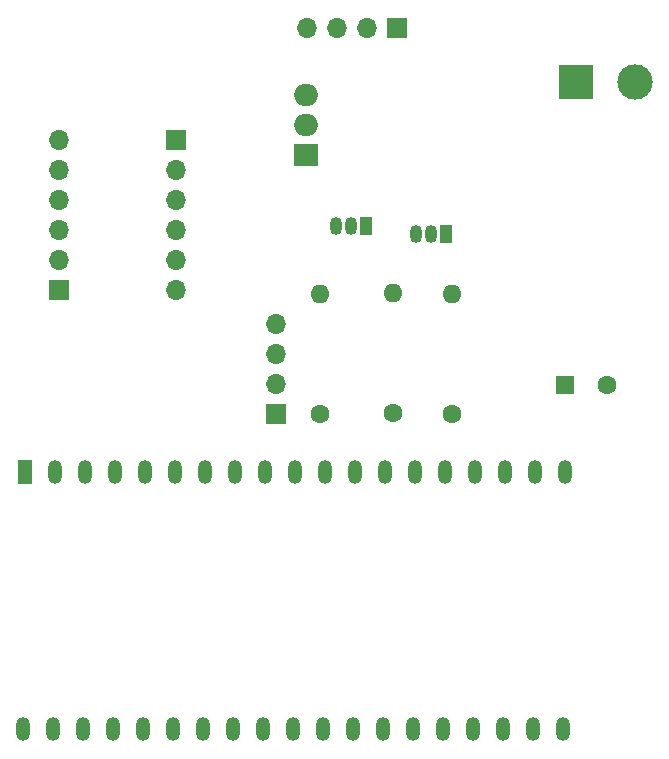
<source format=gbr>
%TF.GenerationSoftware,KiCad,Pcbnew,6.0.6-3a73a75311~116~ubuntu20.04.1*%
%TF.CreationDate,2022-12-16T15:29:54+01:00*%
%TF.ProjectId,base,62617365-2e6b-4696-9361-645f70636258,rev?*%
%TF.SameCoordinates,Original*%
%TF.FileFunction,Copper,L2,Bot*%
%TF.FilePolarity,Positive*%
%FSLAX46Y46*%
G04 Gerber Fmt 4.6, Leading zero omitted, Abs format (unit mm)*
G04 Created by KiCad (PCBNEW 6.0.6-3a73a75311~116~ubuntu20.04.1) date 2022-12-16 15:29:54*
%MOMM*%
%LPD*%
G01*
G04 APERTURE LIST*
%TA.AperFunction,ComponentPad*%
%ADD10R,1.200000X2.000000*%
%TD*%
%TA.AperFunction,ComponentPad*%
%ADD11O,1.200000X2.000000*%
%TD*%
%TA.AperFunction,ComponentPad*%
%ADD12R,1.700000X1.700000*%
%TD*%
%TA.AperFunction,ComponentPad*%
%ADD13O,1.700000X1.700000*%
%TD*%
%TA.AperFunction,ComponentPad*%
%ADD14R,1.600000X1.600000*%
%TD*%
%TA.AperFunction,ComponentPad*%
%ADD15C,1.600000*%
%TD*%
%TA.AperFunction,ComponentPad*%
%ADD16R,2.000000X1.905000*%
%TD*%
%TA.AperFunction,ComponentPad*%
%ADD17O,2.000000X1.905000*%
%TD*%
%TA.AperFunction,ComponentPad*%
%ADD18O,1.600000X1.600000*%
%TD*%
%TA.AperFunction,ComponentPad*%
%ADD19R,1.050000X1.500000*%
%TD*%
%TA.AperFunction,ComponentPad*%
%ADD20O,1.050000X1.500000*%
%TD*%
%TA.AperFunction,ComponentPad*%
%ADD21R,3.000000X3.000000*%
%TD*%
%TA.AperFunction,ComponentPad*%
%ADD22C,3.000000*%
%TD*%
G04 APERTURE END LIST*
D10*
%TO.P,U2,1,3V3*%
%TO.N,3V3*%
X77396560Y-87300000D03*
D11*
%TO.P,U2,2,3V3*%
%TO.N,unconnected-(U2-Pad2)*%
X79936560Y-87300000D03*
%TO.P,U2,3,CHIP_PU*%
%TO.N,unconnected-(U2-Pad3)*%
X82476560Y-87300000D03*
%TO.P,U2,4,GPIO4/ADC1_CH3*%
%TO.N,unconnected-(U2-Pad4)*%
X85016560Y-87300000D03*
%TO.P,U2,5,GPIO5/ADC1_CH4*%
%TO.N,unconnected-(U2-Pad5)*%
X87556560Y-87300000D03*
%TO.P,U2,6,GPIO6/ADC1_CH5*%
%TO.N,unconnected-(U2-Pad6)*%
X90096560Y-87300000D03*
%TO.P,U2,7,GPIO7/ADC1_CH6*%
%TO.N,LV2*%
X92636560Y-87300000D03*
%TO.P,U2,8,GPIO15/ADC2_CH4/32K_P*%
%TO.N,unconnected-(U2-Pad8)*%
X95176560Y-87300000D03*
%TO.P,U2,9,GPIO16/ADC2_CH5/32K_N*%
%TO.N,unconnected-(U2-Pad9)*%
X97716560Y-87300000D03*
%TO.P,U2,10,GPIO17/ADC2_CH6*%
%TO.N,SCL*%
X100256560Y-87300000D03*
%TO.P,U2,11,GPIO18/ADC2_CH7*%
%TO.N,SDA*%
X102796560Y-87300000D03*
%TO.P,U2,12,GPIO8/ADC1_CH7*%
%TO.N,unconnected-(U2-Pad12)*%
X105336560Y-87300000D03*
%TO.P,U2,13,GPIO3/ADC1_CH2*%
%TO.N,unconnected-(U2-Pad13)*%
X107876560Y-87300000D03*
%TO.P,U2,14,GPIO46*%
%TO.N,GND*%
X110416560Y-87300000D03*
%TO.P,U2,15,GPIO9/ADC1_CH8*%
%TO.N,unconnected-(U2-Pad15)*%
X112956560Y-87300000D03*
%TO.P,U2,16,GPIO10/ADC1_CH9*%
%TO.N,Rx*%
X115496560Y-87300000D03*
%TO.P,U2,17,GPIO11/ADC2_CH0*%
%TO.N,Tx*%
X118036560Y-87300000D03*
%TO.P,U2,18,GPIO12/ADC2_CH1*%
%TO.N,unconnected-(U2-Pad18)*%
X120576560Y-87300000D03*
%TO.P,U2,19,GPIO13/ADC2_CH2*%
%TO.N,5V*%
X123116560Y-87300000D03*
%TO.P,U2,20,GPIO14/ADC2_CH3*%
%TO.N,unconnected-(U2-Pad20)*%
X122953840Y-109066321D03*
%TO.P,U2,21,5V*%
%TO.N,unconnected-(U2-Pad21)*%
X120413840Y-109066321D03*
%TO.P,U2,22,GND*%
%TO.N,unconnected-(U2-Pad22)*%
X117876560Y-109070001D03*
%TO.P,U2,23,GND*%
%TO.N,unconnected-(U2-Pad23)*%
X115336560Y-109070001D03*
%TO.P,U2,24,GND*%
%TO.N,unconnected-(U2-Pad24)*%
X112796560Y-109070001D03*
%TO.P,U2,25,GPIO19/USB_D-*%
%TO.N,unconnected-(U2-Pad25)*%
X110256560Y-109070001D03*
%TO.P,U2,26,GPIO20/USB_D+*%
%TO.N,unconnected-(U2-Pad26)*%
X107716560Y-109070001D03*
%TO.P,U2,27,GPIO21*%
%TO.N,unconnected-(U2-Pad27)*%
X105176560Y-109070001D03*
%TO.P,U2,28,GPIO47*%
%TO.N,unconnected-(U2-Pad28)*%
X102636560Y-109070001D03*
%TO.P,U2,29,GPIO48*%
%TO.N,unconnected-(U2-Pad29)*%
X100096560Y-109070001D03*
%TO.P,U2,30,GPIO45*%
%TO.N,unconnected-(U2-Pad30)*%
X97556560Y-109070001D03*
%TO.P,U2,31,GPIO0*%
%TO.N,unconnected-(U2-Pad31)*%
X95016560Y-109070001D03*
%TO.P,U2,32,GPIO35*%
%TO.N,GND*%
X92476560Y-109070001D03*
%TO.P,U2,33,GPIO36*%
%TO.N,unconnected-(U2-Pad33)*%
X89936560Y-109070001D03*
%TO.P,U2,34,GPIO37*%
%TO.N,unconnected-(U2-Pad34)*%
X87396560Y-109070001D03*
%TO.P,U2,35,GPIO38*%
%TO.N,unconnected-(U2-Pad35)*%
X84856560Y-109070001D03*
%TO.P,U2,36,GPIO39/MTCK*%
%TO.N,unconnected-(U2-Pad36)*%
X82316560Y-109070001D03*
%TO.P,U2,37,GPIO40/MTDO*%
%TO.N,unconnected-(U2-Pad37)*%
X79776560Y-109070001D03*
%TO.P,U2,38,GPIO41/MTDI*%
%TO.N,GND*%
X77236560Y-109070001D03*
%TD*%
D12*
%TO.P,U3,1,Pin_1*%
%TO.N,3V3*%
X98620000Y-82390000D03*
D13*
%TO.P,U3,2,Pin_2*%
%TO.N,GND*%
X98620000Y-79850000D03*
%TO.P,U3,3,Pin_3*%
%TO.N,SCL*%
X98620000Y-77310000D03*
%TO.P,U3,4,Pin_4*%
%TO.N,SDA*%
X98620000Y-74770000D03*
%TD*%
D12*
%TO.P,J1,1,Pin_1*%
%TO.N,VBUS*%
X108900000Y-49730000D03*
D13*
%TO.P,J1,2,Pin_2*%
%TO.N,GND*%
X106360000Y-49730000D03*
%TO.P,J1,3,Pin_3*%
%TO.N,GDA_H*%
X103820000Y-49730000D03*
%TO.P,J1,4,Pin_4*%
%TO.N,SEL0*%
X101280000Y-49730000D03*
%TD*%
D14*
%TO.P,C5,1*%
%TO.N,5V*%
X123147349Y-79900000D03*
D15*
%TO.P,C5,2*%
%TO.N,GND*%
X126647349Y-79900000D03*
%TD*%
D16*
%TO.P,Q3,1,B*%
%TO.N,Net-(Q1-Pad1)*%
X101163000Y-60452000D03*
D17*
%TO.P,Q3,2,C*%
%TO.N,GDA_L*%
X101163000Y-57912000D03*
%TO.P,Q3,3,E*%
%TO.N,GND*%
X101163000Y-55372000D03*
%TD*%
D13*
%TO.P,J2,6,Pin_6*%
%TO.N,unconnected-(J2-Pad6)*%
X90170000Y-71882000D03*
%TO.P,J2,5,Pin_5*%
%TO.N,unconnected-(J2-Pad5)*%
X90170000Y-69342000D03*
%TO.P,J2,4,Pin_4*%
%TO.N,unconnected-(J2-Pad4)*%
X90170000Y-66802000D03*
%TO.P,J2,3,Pin_3*%
%TO.N,5V*%
X90170000Y-64262000D03*
%TO.P,J2,2,Pin_2*%
%TO.N,SEL0*%
X90170000Y-61722000D03*
D12*
%TO.P,J2,1,Pin_1*%
%TO.N,GDA_H*%
X90170000Y-59182000D03*
%TD*%
D13*
%TO.P,J3,6,Pin_6*%
%TO.N,GDA_L*%
X80264000Y-59182000D03*
%TO.P,J3,5,Pin_5*%
%TO.N,LV2*%
X80264000Y-61722000D03*
%TO.P,J3,4,Pin_4*%
%TO.N,3V3*%
X80264000Y-64262000D03*
%TO.P,J3,3,Pin_3*%
%TO.N,unconnected-(J3-Pad3)*%
X80264000Y-66802000D03*
%TO.P,J3,2,Pin_2*%
%TO.N,unconnected-(J3-Pad2)*%
X80264000Y-69342000D03*
D12*
%TO.P,J3,1,Pin_1*%
%TO.N,unconnected-(J3-Pad1)*%
X80264000Y-71882000D03*
%TD*%
D15*
%TO.P,R3,1*%
%TO.N,3V3*%
X102390000Y-82400000D03*
D18*
%TO.P,R3,2*%
%TO.N,Net-(Q1-Pad1)*%
X102390000Y-72240000D03*
%TD*%
D19*
%TO.P,Q2,1,C*%
%TO.N,GDA_L*%
X113030000Y-67162000D03*
D20*
%TO.P,Q2,2,B*%
%TO.N,Net-(Q2-Pad2)*%
X111760000Y-67162000D03*
%TO.P,Q2,3,E*%
%TO.N,Rx*%
X110490000Y-67162000D03*
%TD*%
D15*
%TO.P,R2,1*%
%TO.N,Tx*%
X113538000Y-82367000D03*
D18*
%TO.P,R2,2*%
%TO.N,Net-(Q2-Pad2)*%
X113538000Y-72207000D03*
%TD*%
D15*
%TO.P,R1,1*%
%TO.N,Tx*%
X108600000Y-82320000D03*
D18*
%TO.P,R1,2*%
%TO.N,Net-(Q1-Pad2)*%
X108600000Y-72160000D03*
%TD*%
D21*
%TO.P,J4,1,Pin_1*%
%TO.N,VBUS*%
X124092500Y-54317500D03*
D22*
%TO.P,J4,2,Pin_2*%
%TO.N,GND*%
X129092500Y-54317500D03*
%TD*%
D19*
%TO.P,Q1,1,C*%
%TO.N,Net-(Q1-Pad1)*%
X106270000Y-66460000D03*
D20*
%TO.P,Q1,2,B*%
%TO.N,Net-(Q1-Pad2)*%
X105000000Y-66460000D03*
%TO.P,Q1,3,E*%
%TO.N,GND*%
X103730000Y-66460000D03*
%TD*%
M02*

</source>
